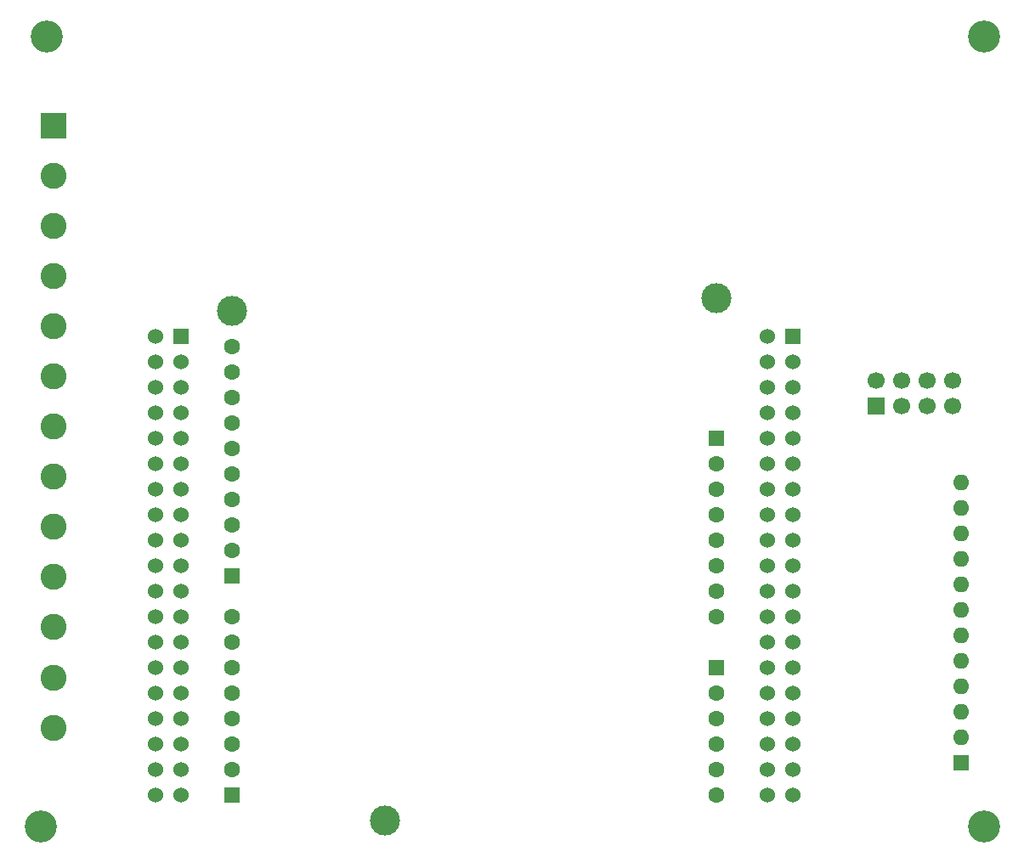
<source format=gts>
G04 #@! TF.GenerationSoftware,KiCad,Pcbnew,(6.0.11)*
G04 #@! TF.CreationDate,2023-03-04T13:29:58-06:00*
G04 #@! TF.ProjectId,STM,53544d2e-6b69-4636-9164-5f7063625858,rev?*
G04 #@! TF.SameCoordinates,Original*
G04 #@! TF.FileFunction,Soldermask,Top*
G04 #@! TF.FilePolarity,Negative*
%FSLAX46Y46*%
G04 Gerber Fmt 4.6, Leading zero omitted, Abs format (unit mm)*
G04 Created by KiCad (PCBNEW (6.0.11)) date 2023-03-04 13:29:58*
%MOMM*%
%LPD*%
G01*
G04 APERTURE LIST*
%ADD10R,1.530000X1.530000*%
%ADD11C,1.530000*%
%ADD12R,1.605000X1.605000*%
%ADD13C,1.605000*%
%ADD14C,3.000000*%
%ADD15R,2.600000X2.600000*%
%ADD16C,2.600000*%
%ADD17C,3.200000*%
%ADD18R,1.700000X1.700000*%
%ADD19C,1.700000*%
%ADD20R,1.600000X1.600000*%
%ADD21O,1.600000X1.600000*%
G04 APERTURE END LIST*
D10*
X133350000Y-90820000D03*
D11*
X133350000Y-136540000D03*
X130810000Y-90820000D03*
X133350000Y-93360000D03*
X130810000Y-93360000D03*
X133350000Y-95900000D03*
X130810000Y-95900000D03*
X133350000Y-98440000D03*
X130810000Y-98440000D03*
X133350000Y-100980000D03*
X130810000Y-100980000D03*
X133350000Y-103520000D03*
X130810000Y-103520000D03*
X133350000Y-106060000D03*
X130810000Y-106060000D03*
X133350000Y-108600000D03*
X130810000Y-108600000D03*
X133350000Y-111140000D03*
X130810000Y-111140000D03*
X133350000Y-113680000D03*
X130810000Y-113680000D03*
X133350000Y-116220000D03*
X130810000Y-116220000D03*
X133350000Y-118760000D03*
X130810000Y-118760000D03*
X133350000Y-121300000D03*
X130810000Y-121300000D03*
X133350000Y-123840000D03*
X130810000Y-123840000D03*
X133350000Y-126380000D03*
X130810000Y-126380000D03*
X133350000Y-128920000D03*
X130810000Y-128920000D03*
X133350000Y-131460000D03*
X130810000Y-131460000D03*
X133350000Y-134000000D03*
X130810000Y-134000000D03*
X130810000Y-136540000D03*
D10*
X72390000Y-90820000D03*
D11*
X72390000Y-136540000D03*
X69850000Y-90820000D03*
X72390000Y-93360000D03*
X69850000Y-93360000D03*
X72390000Y-95900000D03*
X69850000Y-95900000D03*
X72390000Y-98440000D03*
X69850000Y-98440000D03*
X72390000Y-100980000D03*
X69850000Y-100980000D03*
X72390000Y-103520000D03*
X69850000Y-103520000D03*
X72390000Y-106060000D03*
X69850000Y-106060000D03*
X72390000Y-108600000D03*
X69850000Y-108600000D03*
X72390000Y-111140000D03*
X69850000Y-111140000D03*
X72390000Y-113680000D03*
X69850000Y-113680000D03*
X72390000Y-116220000D03*
X69850000Y-116220000D03*
X72390000Y-118760000D03*
X69850000Y-118760000D03*
X72390000Y-121300000D03*
X69850000Y-121300000D03*
X72390000Y-123840000D03*
X69850000Y-123840000D03*
X72390000Y-126380000D03*
X69850000Y-126380000D03*
X72390000Y-128920000D03*
X69850000Y-128920000D03*
X72390000Y-131460000D03*
X69850000Y-131460000D03*
X72390000Y-134000000D03*
X69850000Y-134000000D03*
X69850000Y-136540000D03*
D12*
X125730000Y-100980000D03*
D13*
X125730000Y-103520000D03*
X125730000Y-106060000D03*
X125730000Y-108600000D03*
X125730000Y-111140000D03*
X125730000Y-113680000D03*
X125730000Y-116220000D03*
X125730000Y-118760000D03*
D12*
X77470000Y-136540000D03*
D13*
X77470000Y-134000000D03*
X77470000Y-131460000D03*
X77470000Y-128920000D03*
X77470000Y-126380000D03*
X77470000Y-123840000D03*
X77470000Y-121300000D03*
X77470000Y-118760000D03*
D12*
X125730000Y-123840000D03*
D13*
X125730000Y-126380000D03*
X125730000Y-128920000D03*
X125730000Y-131460000D03*
X125730000Y-134000000D03*
X125730000Y-136540000D03*
D12*
X77470000Y-114700000D03*
D13*
X77470000Y-112160000D03*
X77470000Y-109620000D03*
X77470000Y-107080000D03*
X77470000Y-104540000D03*
X77470000Y-102000000D03*
X77470000Y-99460000D03*
X77470000Y-96920000D03*
X77470000Y-94380000D03*
X77470000Y-91840000D03*
D14*
X92710000Y-139080000D03*
X77470000Y-88280000D03*
X125730000Y-87010000D03*
D15*
X59690000Y-69850000D03*
D16*
X59690000Y-74850000D03*
X59690000Y-79850000D03*
X59690000Y-84850000D03*
X59690000Y-89850000D03*
X59690000Y-94850000D03*
X59690000Y-99850000D03*
X59690000Y-104850000D03*
X59690000Y-109850000D03*
X59690000Y-114850000D03*
X59690000Y-119850000D03*
X59690000Y-124850000D03*
X59690000Y-129850000D03*
D17*
X58420000Y-139700000D03*
X152400000Y-60960000D03*
D18*
X141695000Y-97790000D03*
D19*
X141695000Y-95250000D03*
X144235000Y-97790000D03*
X144235000Y-95250000D03*
X146775000Y-97790000D03*
X146775000Y-95250000D03*
X149315000Y-97790000D03*
X149315000Y-95250000D03*
D20*
X150120000Y-133365000D03*
D21*
X150120000Y-130825000D03*
X150120000Y-128285000D03*
X150120000Y-125745000D03*
X150120000Y-123205000D03*
X150120000Y-120665000D03*
X150120000Y-118125000D03*
X150120000Y-115585000D03*
X150120000Y-113045000D03*
X150120000Y-110505000D03*
X150120000Y-107965000D03*
X150120000Y-105425000D03*
D17*
X59080000Y-60960000D03*
X152400000Y-139700000D03*
M02*

</source>
